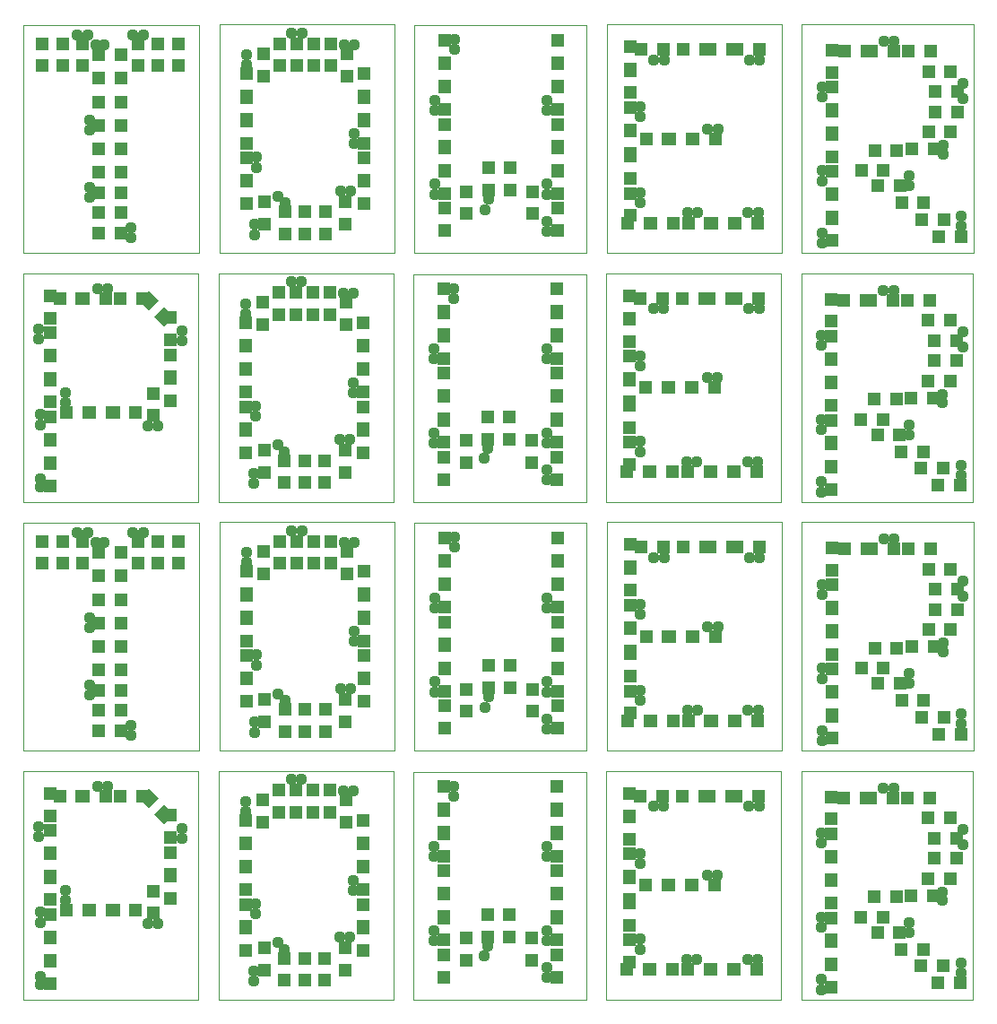
<source format=gts>
G75*
G70*
%OFA0B0*%
%FSLAX25Y25*%
%IPPOS*%
%LPD*%
%AMOC8*
5,1,8,0,0,1.08239X$1,22.5*
%
%ADD12C,0.04370*%
%ADD16C,0.00000*%
%ADD18R,0.05120X0.05120*%
X0010000Y0010000D02*
G75*
%LPD*%
D16*
X0010000Y0010000D02*
X0010000Y0095000D01*
X0075000Y0095000D01*
X0075000Y0010000D01*
X0010000Y0010000D01*
D18*
X0020000Y0015860D03*
X0020000Y0024130D03*
X0020000Y0024610D03*
X0020000Y0032880D03*
X0020000Y0033360D03*
X0020000Y0041630D03*
X0020000Y0047110D03*
X0025860Y0043120D03*
X0034130Y0043120D03*
X0034610Y0043120D03*
X0042880Y0043120D03*
X0043360Y0043120D03*
X0051630Y0043120D03*
X0058120Y0042110D03*
X0064370Y0047740D03*
X0058120Y0050380D03*
X0064370Y0056010D03*
X0064370Y0056490D03*
X0064370Y0064760D03*
X0064370Y0070240D03*
X0064370Y0078510D03*
X0054130Y0085620D03*
X0045860Y0085620D03*
X0040380Y0085620D03*
X0032110Y0085620D03*
X0031630Y0085620D03*
X0023360Y0085620D03*
X0020000Y0086630D03*
X0020000Y0078360D03*
X0020000Y0072880D03*
X0020000Y0064610D03*
X0020000Y0064130D03*
X0020000Y0055860D03*
X0020000Y0055380D03*
D18*
G36*
X0052830Y0084790D02*
X0056450Y0088410D01*
X0060070Y0084790D01*
X0056450Y0081170D01*
X0052830Y0084790D01*
G37*
G36*
X0058670Y0078950D02*
X0062290Y0082570D01*
X0065910Y0078950D01*
X0062290Y0075330D01*
X0058670Y0078950D01*
G37*
D12*
X0068750Y0073750D03*
X0068750Y0070000D03*
X0041250Y0089370D03*
X0037500Y0089370D03*
X0015620Y0074370D03*
X0015620Y0070620D03*
X0025620Y0050620D03*
X0025620Y0046870D03*
X0016250Y0042500D03*
X0016250Y0038750D03*
X0016250Y0018750D03*
X0016250Y0015620D03*
X0056250Y0038120D03*
X0060000Y0038120D03*
X0082500Y0010000D02*
G75*
%LPD*%
D16*
X0082500Y0010000D02*
X0082500Y0095000D01*
X0147500Y0095000D01*
X0147500Y0010000D01*
X0082500Y0010000D01*
D18*
X0099370Y0020860D03*
X0099370Y0029130D03*
X0092500Y0028360D03*
X0092500Y0036630D03*
X0092500Y0037110D03*
X0092500Y0045380D03*
X0092500Y0050860D03*
X0092500Y0059130D03*
X0092500Y0059610D03*
X0092500Y0067880D03*
X0092500Y0068360D03*
X0092500Y0076630D03*
X0098750Y0075860D03*
X0105000Y0079610D03*
X0098750Y0084130D03*
X0105000Y0087880D03*
X0111250Y0087880D03*
X0117500Y0087880D03*
X0123750Y0087880D03*
X0130000Y0084130D03*
X0123750Y0079610D03*
X0117500Y0079610D03*
X0111250Y0079610D03*
X0130000Y0075860D03*
X0136250Y0076630D03*
X0136250Y0068360D03*
X0136250Y0067880D03*
X0136250Y0059610D03*
X0136250Y0059130D03*
X0136250Y0050860D03*
X0136250Y0045380D03*
X0136250Y0037110D03*
X0136250Y0036630D03*
X0136250Y0028360D03*
X0129370Y0029130D03*
X0129370Y0020860D03*
X0121870Y0017110D03*
X0114370Y0017110D03*
X0106870Y0017110D03*
X0106870Y0025380D03*
X0114370Y0025380D03*
X0121870Y0025380D03*
D12*
X0127500Y0033120D03*
X0131250Y0033120D03*
X0132500Y0050620D03*
X0132500Y0054370D03*
X0106870Y0028750D03*
X0104370Y0031250D03*
X0096250Y0041870D03*
X0096250Y0045620D03*
X0095620Y0020620D03*
X0095620Y0016870D03*
X0092500Y0080000D03*
X0092500Y0083750D03*
X0109370Y0091870D03*
X0113120Y0091870D03*
X0128750Y0087500D03*
X0132500Y0087500D03*
X0155000Y0010000D02*
G75*
%LPD*%
D16*
X0155000Y0010000D02*
X0155000Y0094750D01*
X0219010Y0094750D01*
X0219010Y0010000D01*
X0155000Y0010000D01*
D18*
X0166250Y0018360D03*
X0166250Y0026630D03*
X0166250Y0032110D03*
X0174370Y0032880D03*
X0182500Y0033360D03*
X0182500Y0041630D03*
X0190620Y0041630D03*
X0190620Y0033360D03*
X0198750Y0032880D03*
X0198750Y0024610D03*
X0208120Y0026630D03*
X0208120Y0032110D03*
X0208120Y0040380D03*
X0208120Y0040860D03*
X0208120Y0049130D03*
X0208120Y0049610D03*
X0208120Y0057880D03*
X0208120Y0063360D03*
X0208120Y0071630D03*
X0208120Y0072110D03*
X0208120Y0080380D03*
X0208120Y0080860D03*
X0208120Y0089130D03*
X0166250Y0089130D03*
X0166250Y0080860D03*
X0166250Y0080380D03*
X0166250Y0072110D03*
X0166250Y0071630D03*
X0166250Y0063360D03*
X0166250Y0057880D03*
X0166250Y0049610D03*
X0166250Y0049130D03*
X0166250Y0040860D03*
X0166250Y0040380D03*
X0174370Y0024610D03*
X0208120Y0018360D03*
D12*
X0204370Y0018120D03*
X0204370Y0021870D03*
X0204370Y0031870D03*
X0204370Y0035620D03*
X0182500Y0030000D03*
X0181250Y0026250D03*
X0162500Y0031870D03*
X0162500Y0035620D03*
X0162500Y0063120D03*
X0162500Y0066870D03*
X0170000Y0085620D03*
X0170000Y0089370D03*
X0204370Y0066870D03*
X0204370Y0063120D03*
X0226510Y0010000D02*
G75*
%LPD*%
D16*
X0226510Y0010000D02*
X0226510Y0095000D01*
X0291510Y0095000D01*
X0291510Y0010000D01*
X0226510Y0010000D01*
D18*
X0234250Y0021250D03*
X0235260Y0023990D03*
X0242520Y0021250D03*
X0243000Y0021250D03*
X0251270Y0021250D03*
X0256750Y0021250D03*
X0265020Y0021250D03*
X0265500Y0021250D03*
X0273770Y0021250D03*
X0274250Y0021250D03*
X0282520Y0021250D03*
X0266890Y0052500D03*
X0258620Y0052500D03*
X0258140Y0052500D03*
X0249870Y0052500D03*
X0249390Y0052500D03*
X0241120Y0052500D03*
X0235260Y0055380D03*
X0235260Y0055860D03*
X0235260Y0064130D03*
X0235260Y0069610D03*
X0235260Y0077880D03*
X0235260Y0078360D03*
X0239250Y0085620D03*
X0235260Y0086630D03*
X0247520Y0085620D03*
X0254870Y0085620D03*
X0263140Y0085620D03*
X0264870Y0085620D03*
X0273140Y0085620D03*
X0274870Y0085620D03*
X0283140Y0085620D03*
X0235260Y0047110D03*
X0235260Y0046010D03*
X0235260Y0037740D03*
X0235260Y0032260D03*
D12*
X0239010Y0032500D03*
X0239010Y0028750D03*
X0256510Y0025000D03*
X0260260Y0025000D03*
X0279010Y0025000D03*
X0282760Y0025000D03*
X0267760Y0056250D03*
X0264010Y0056250D03*
X0239010Y0060620D03*
X0239010Y0064370D03*
X0244010Y0081870D03*
X0247760Y0081870D03*
X0279630Y0081870D03*
X0283380Y0081870D03*
X0299010Y0010000D02*
G75*
%LPD*%
D16*
X0299010Y0010000D02*
X0299010Y0095000D01*
X0362760Y0095000D01*
X0362760Y0010000D01*
X0299010Y0010000D01*
D18*
X0310260Y0014610D03*
X0310260Y0022880D03*
X0310260Y0023360D03*
X0310260Y0031630D03*
X0310260Y0032110D03*
X0310260Y0040380D03*
X0310260Y0045860D03*
X0310260Y0054130D03*
X0310260Y0054610D03*
X0310260Y0062880D03*
X0310260Y0063360D03*
X0310260Y0071630D03*
X0310260Y0077110D03*
X0310260Y0085380D03*
X0314870Y0085000D03*
X0323140Y0085000D03*
X0324870Y0085000D03*
X0333140Y0085000D03*
X0338620Y0085000D03*
X0346890Y0085000D03*
X0346120Y0077500D03*
X0348620Y0070000D03*
X0354390Y0077500D03*
X0356890Y0070000D03*
X0356890Y0062500D03*
X0354390Y0055000D03*
X0348140Y0048750D03*
X0346120Y0055000D03*
X0348620Y0062500D03*
X0339870Y0048750D03*
X0334390Y0048120D03*
X0329390Y0040620D03*
X0327370Y0035000D03*
X0321120Y0040620D03*
X0326120Y0048120D03*
X0335640Y0035000D03*
X0336120Y0028750D03*
X0344390Y0028750D03*
X0343620Y0022500D03*
X0349870Y0016250D03*
X0351890Y0022500D03*
X0358140Y0016250D03*
D12*
X0358380Y0020000D03*
X0358380Y0023750D03*
X0339010Y0035000D03*
X0339010Y0038750D03*
X0351510Y0046870D03*
X0351510Y0050000D03*
X0359010Y0067500D03*
X0359010Y0073120D03*
X0333380Y0088750D03*
X0329630Y0088750D03*
X0306510Y0071870D03*
X0306510Y0068120D03*
X0306510Y0040620D03*
X0306510Y0036870D03*
X0306510Y0017500D03*
X0306510Y0013750D03*
X0010000Y0102500D02*
G75*
%LPD*%
D16*
X0010000Y0102500D02*
X0010000Y0187250D01*
X0075260Y0187250D01*
X0075260Y0102500D01*
X0010000Y0102500D01*
D18*
X0037740Y0110000D03*
X0037740Y0117500D03*
X0037740Y0125000D03*
X0037740Y0132500D03*
X0046010Y0132500D03*
X0046010Y0125000D03*
X0046010Y0117500D03*
X0046010Y0110000D03*
X0046010Y0141250D03*
X0037740Y0141250D03*
X0037740Y0150000D03*
X0046010Y0150000D03*
X0046010Y0158750D03*
X0037740Y0158750D03*
X0037740Y0167500D03*
X0031870Y0172110D03*
X0037740Y0176250D03*
X0031870Y0180380D03*
X0024370Y0180380D03*
X0016870Y0180380D03*
X0016870Y0172110D03*
X0024370Y0172110D03*
X0046010Y0176250D03*
X0052500Y0180380D03*
X0060000Y0180380D03*
X0067500Y0180380D03*
X0067500Y0172110D03*
X0060000Y0172110D03*
X0052500Y0172110D03*
X0046010Y0167500D03*
D12*
X0040000Y0180000D03*
X0036870Y0180000D03*
X0033750Y0183750D03*
X0030000Y0183750D03*
X0050620Y0183750D03*
X0054370Y0183750D03*
X0034370Y0151870D03*
X0034370Y0148120D03*
X0034370Y0126870D03*
X0034370Y0123120D03*
X0050000Y0111870D03*
X0050000Y0108120D03*
X0082760Y0102500D02*
G75*
%LPD*%
D16*
X0082760Y0102500D02*
X0082760Y0187500D01*
X0147760Y0187500D01*
X0147760Y0102500D01*
X0082760Y0102500D01*
D18*
X0099630Y0113360D03*
X0099630Y0121630D03*
X0092760Y0120860D03*
X0092760Y0129130D03*
X0092760Y0129610D03*
X0092760Y0137880D03*
X0092760Y0143360D03*
X0092760Y0151630D03*
X0092760Y0152110D03*
X0092760Y0160380D03*
X0092760Y0160860D03*
X0092760Y0169130D03*
X0099010Y0168360D03*
X0105260Y0172110D03*
X0099010Y0176630D03*
X0105260Y0180380D03*
X0111510Y0180380D03*
X0117760Y0180380D03*
X0124010Y0180380D03*
X0130260Y0176630D03*
X0124010Y0172110D03*
X0117760Y0172110D03*
X0111510Y0172110D03*
X0130260Y0168360D03*
X0136510Y0169130D03*
X0136510Y0160860D03*
X0136510Y0160380D03*
X0136510Y0152110D03*
X0136510Y0151630D03*
X0136510Y0143360D03*
X0136510Y0137880D03*
X0136510Y0129610D03*
X0136510Y0129130D03*
X0136510Y0120860D03*
X0129630Y0121630D03*
X0129630Y0113360D03*
X0122130Y0109610D03*
X0114630Y0109610D03*
X0107130Y0109610D03*
X0107130Y0117880D03*
X0114630Y0117880D03*
X0122130Y0117880D03*
D12*
X0127760Y0125620D03*
X0131510Y0125620D03*
X0132760Y0143120D03*
X0132760Y0146870D03*
X0107130Y0121250D03*
X0104630Y0123750D03*
X0096510Y0134370D03*
X0096510Y0138120D03*
X0095880Y0113120D03*
X0095880Y0109370D03*
X0092760Y0172500D03*
X0092760Y0176250D03*
X0109630Y0184370D03*
X0113380Y0184370D03*
X0129010Y0180000D03*
X0132760Y0180000D03*
X0155260Y0102500D02*
G75*
%LPD*%
D16*
X0155260Y0102500D02*
X0155260Y0187250D01*
X0219270Y0187250D01*
X0219270Y0102500D01*
X0155260Y0102500D01*
D18*
X0166510Y0110860D03*
X0166510Y0119130D03*
X0166510Y0124610D03*
X0174630Y0125380D03*
X0182760Y0125860D03*
X0182760Y0134130D03*
X0190880Y0134130D03*
X0190880Y0125860D03*
X0199010Y0125380D03*
X0199010Y0117110D03*
X0208380Y0119130D03*
X0208380Y0124610D03*
X0208380Y0132880D03*
X0208380Y0133360D03*
X0208380Y0141630D03*
X0208380Y0142110D03*
X0208380Y0150380D03*
X0208380Y0155860D03*
X0208380Y0164130D03*
X0208380Y0164610D03*
X0208380Y0172880D03*
X0208380Y0173360D03*
X0208380Y0181630D03*
X0166510Y0181630D03*
X0166510Y0173360D03*
X0166510Y0172880D03*
X0166510Y0164610D03*
X0166510Y0164130D03*
X0166510Y0155860D03*
X0166510Y0150380D03*
X0166510Y0142110D03*
X0166510Y0141630D03*
X0166510Y0133360D03*
X0166510Y0132880D03*
X0174630Y0117110D03*
X0208380Y0110860D03*
D12*
X0204630Y0110620D03*
X0204630Y0114370D03*
X0204630Y0124370D03*
X0204630Y0128120D03*
X0182760Y0122500D03*
X0181510Y0118750D03*
X0162760Y0124370D03*
X0162760Y0128120D03*
X0162760Y0155620D03*
X0162760Y0159370D03*
X0170260Y0178120D03*
X0170260Y0181870D03*
X0204630Y0159370D03*
X0204630Y0155620D03*
X0226770Y0102500D02*
G75*
%LPD*%
D16*
X0226770Y0102500D02*
X0226770Y0187500D01*
X0291770Y0187500D01*
X0291770Y0102500D01*
X0226770Y0102500D01*
D18*
X0234510Y0113750D03*
X0235520Y0116490D03*
X0242780Y0113750D03*
X0243260Y0113750D03*
X0251530Y0113750D03*
X0257010Y0113750D03*
X0265280Y0113750D03*
X0265760Y0113750D03*
X0274030Y0113750D03*
X0274510Y0113750D03*
X0282780Y0113750D03*
X0267150Y0145000D03*
X0258880Y0145000D03*
X0258400Y0145000D03*
X0250130Y0145000D03*
X0249650Y0145000D03*
X0241380Y0145000D03*
X0235520Y0147880D03*
X0235520Y0148360D03*
X0235520Y0156630D03*
X0235520Y0162110D03*
X0235520Y0170380D03*
X0235520Y0170860D03*
X0239510Y0178120D03*
X0235520Y0179130D03*
X0247780Y0178120D03*
X0255130Y0178120D03*
X0263400Y0178120D03*
X0265130Y0178120D03*
X0273400Y0178120D03*
X0275130Y0178120D03*
X0283400Y0178120D03*
X0235520Y0139610D03*
X0235520Y0138510D03*
X0235520Y0130240D03*
X0235520Y0124760D03*
D12*
X0239270Y0125000D03*
X0239270Y0121250D03*
X0256770Y0117500D03*
X0260520Y0117500D03*
X0279270Y0117500D03*
X0283020Y0117500D03*
X0268020Y0148750D03*
X0264270Y0148750D03*
X0239270Y0153120D03*
X0239270Y0156870D03*
X0244270Y0174370D03*
X0248020Y0174370D03*
X0279890Y0174370D03*
X0283640Y0174370D03*
X0299270Y0102500D02*
G75*
%LPD*%
D16*
X0299270Y0102500D02*
X0299270Y0187500D01*
X0363020Y0187500D01*
X0363020Y0102500D01*
X0299270Y0102500D01*
D18*
X0310520Y0107110D03*
X0310520Y0115380D03*
X0310520Y0115860D03*
X0310520Y0124130D03*
X0310520Y0124610D03*
X0310520Y0132880D03*
X0310520Y0138360D03*
X0310520Y0146630D03*
X0310520Y0147110D03*
X0310520Y0155380D03*
X0310520Y0155860D03*
X0310520Y0164130D03*
X0310520Y0169610D03*
X0310520Y0177880D03*
X0315130Y0177500D03*
X0323400Y0177500D03*
X0325130Y0177500D03*
X0333400Y0177500D03*
X0338880Y0177500D03*
X0347150Y0177500D03*
X0346380Y0170000D03*
X0348880Y0162500D03*
X0354650Y0170000D03*
X0357150Y0162500D03*
X0357150Y0155000D03*
X0354650Y0147500D03*
X0348400Y0141250D03*
X0346380Y0147500D03*
X0348880Y0155000D03*
X0340130Y0141250D03*
X0334650Y0140620D03*
X0329650Y0133120D03*
X0327630Y0127500D03*
X0321380Y0133120D03*
X0326380Y0140620D03*
X0335900Y0127500D03*
X0336380Y0121250D03*
X0344650Y0121250D03*
X0343880Y0115000D03*
X0350130Y0108750D03*
X0352150Y0115000D03*
X0358400Y0108750D03*
D12*
X0358640Y0112500D03*
X0358640Y0116250D03*
X0339270Y0127500D03*
X0339270Y0131250D03*
X0351770Y0139370D03*
X0351770Y0142500D03*
X0359270Y0160000D03*
X0359270Y0165620D03*
X0333640Y0181250D03*
X0329890Y0181250D03*
X0306770Y0164370D03*
X0306770Y0160620D03*
X0306770Y0133120D03*
X0306770Y0129370D03*
X0306770Y0110000D03*
X0306770Y0106250D03*
X0010000Y0195000D02*
G75*
%LPD*%
D16*
X0010000Y0195000D02*
X0010000Y0280000D01*
X0075000Y0280000D01*
X0075000Y0195000D01*
X0010000Y0195000D01*
D18*
X0020000Y0200860D03*
X0020000Y0209130D03*
X0020000Y0209610D03*
X0020000Y0217880D03*
X0020000Y0218360D03*
X0020000Y0226630D03*
X0020000Y0232110D03*
X0025860Y0228120D03*
X0034130Y0228120D03*
X0034610Y0228120D03*
X0042880Y0228120D03*
X0043360Y0228120D03*
X0051630Y0228120D03*
X0058120Y0227110D03*
X0064370Y0232740D03*
X0058120Y0235380D03*
X0064370Y0241010D03*
X0064370Y0241490D03*
X0064370Y0249760D03*
X0064370Y0255240D03*
X0064370Y0263510D03*
X0054130Y0270620D03*
X0045860Y0270620D03*
X0040380Y0270620D03*
X0032110Y0270620D03*
X0031630Y0270620D03*
X0023360Y0270620D03*
X0020000Y0271630D03*
X0020000Y0263360D03*
X0020000Y0257880D03*
X0020000Y0249610D03*
X0020000Y0249130D03*
X0020000Y0240860D03*
X0020000Y0240380D03*
D18*
G36*
X0052830Y0269790D02*
X0056450Y0273410D01*
X0060070Y0269790D01*
X0056450Y0266170D01*
X0052830Y0269790D01*
G37*
G36*
X0058670Y0263950D02*
X0062290Y0267570D01*
X0065910Y0263950D01*
X0062290Y0260330D01*
X0058670Y0263950D01*
G37*
D12*
X0068750Y0258750D03*
X0068750Y0255000D03*
X0041250Y0274370D03*
X0037500Y0274370D03*
X0015620Y0259370D03*
X0015620Y0255620D03*
X0025620Y0235620D03*
X0025620Y0231870D03*
X0016250Y0227500D03*
X0016250Y0223750D03*
X0016250Y0203750D03*
X0016250Y0200620D03*
X0056250Y0223120D03*
X0060000Y0223120D03*
X0082500Y0195000D02*
G75*
%LPD*%
D16*
X0082500Y0195000D02*
X0082500Y0280000D01*
X0147500Y0280000D01*
X0147500Y0195000D01*
X0082500Y0195000D01*
D18*
X0099370Y0205860D03*
X0099370Y0214130D03*
X0092500Y0213360D03*
X0092500Y0221630D03*
X0092500Y0222110D03*
X0092500Y0230380D03*
X0092500Y0235860D03*
X0092500Y0244130D03*
X0092500Y0244610D03*
X0092500Y0252880D03*
X0092500Y0253360D03*
X0092500Y0261630D03*
X0098750Y0260860D03*
X0105000Y0264610D03*
X0098750Y0269130D03*
X0105000Y0272880D03*
X0111250Y0272880D03*
X0117500Y0272880D03*
X0123750Y0272880D03*
X0130000Y0269130D03*
X0123750Y0264610D03*
X0117500Y0264610D03*
X0111250Y0264610D03*
X0130000Y0260860D03*
X0136250Y0261630D03*
X0136250Y0253360D03*
X0136250Y0252880D03*
X0136250Y0244610D03*
X0136250Y0244130D03*
X0136250Y0235860D03*
X0136250Y0230380D03*
X0136250Y0222110D03*
X0136250Y0221630D03*
X0136250Y0213360D03*
X0129370Y0214130D03*
X0129370Y0205860D03*
X0121870Y0202110D03*
X0114370Y0202110D03*
X0106870Y0202110D03*
X0106870Y0210380D03*
X0114370Y0210380D03*
X0121870Y0210380D03*
D12*
X0127500Y0218120D03*
X0131250Y0218120D03*
X0132500Y0235620D03*
X0132500Y0239370D03*
X0106870Y0213750D03*
X0104370Y0216250D03*
X0096250Y0226870D03*
X0096250Y0230620D03*
X0095620Y0205620D03*
X0095620Y0201870D03*
X0092500Y0265000D03*
X0092500Y0268750D03*
X0109370Y0276870D03*
X0113120Y0276870D03*
X0128750Y0272500D03*
X0132500Y0272500D03*
X0155000Y0195000D02*
G75*
%LPD*%
D16*
X0155000Y0195000D02*
X0155000Y0279750D01*
X0219010Y0279750D01*
X0219010Y0195000D01*
X0155000Y0195000D01*
D18*
X0166250Y0203360D03*
X0166250Y0211630D03*
X0166250Y0217110D03*
X0174370Y0217880D03*
X0182500Y0218360D03*
X0182500Y0226630D03*
X0190620Y0226630D03*
X0190620Y0218360D03*
X0198750Y0217880D03*
X0198750Y0209610D03*
X0208120Y0211630D03*
X0208120Y0217110D03*
X0208120Y0225380D03*
X0208120Y0225860D03*
X0208120Y0234130D03*
X0208120Y0234610D03*
X0208120Y0242880D03*
X0208120Y0248360D03*
X0208120Y0256630D03*
X0208120Y0257110D03*
X0208120Y0265380D03*
X0208120Y0265860D03*
X0208120Y0274130D03*
X0166250Y0274130D03*
X0166250Y0265860D03*
X0166250Y0265380D03*
X0166250Y0257110D03*
X0166250Y0256630D03*
X0166250Y0248360D03*
X0166250Y0242880D03*
X0166250Y0234610D03*
X0166250Y0234130D03*
X0166250Y0225860D03*
X0166250Y0225380D03*
X0174370Y0209610D03*
X0208120Y0203360D03*
D12*
X0204370Y0203120D03*
X0204370Y0206870D03*
X0204370Y0216870D03*
X0204370Y0220620D03*
X0182500Y0215000D03*
X0181250Y0211250D03*
X0162500Y0216870D03*
X0162500Y0220620D03*
X0162500Y0248120D03*
X0162500Y0251870D03*
X0170000Y0270620D03*
X0170000Y0274370D03*
X0204370Y0251870D03*
X0204370Y0248120D03*
X0226510Y0195000D02*
G75*
%LPD*%
D16*
X0226510Y0195000D02*
X0226510Y0280000D01*
X0291510Y0280000D01*
X0291510Y0195000D01*
X0226510Y0195000D01*
D18*
X0234250Y0206250D03*
X0235260Y0208990D03*
X0242520Y0206250D03*
X0243000Y0206250D03*
X0251270Y0206250D03*
X0256750Y0206250D03*
X0265020Y0206250D03*
X0265500Y0206250D03*
X0273770Y0206250D03*
X0274250Y0206250D03*
X0282520Y0206250D03*
X0266890Y0237500D03*
X0258620Y0237500D03*
X0258140Y0237500D03*
X0249870Y0237500D03*
X0249390Y0237500D03*
X0241120Y0237500D03*
X0235260Y0240380D03*
X0235260Y0240860D03*
X0235260Y0249130D03*
X0235260Y0254610D03*
X0235260Y0262880D03*
X0235260Y0263360D03*
X0239250Y0270620D03*
X0235260Y0271630D03*
X0247520Y0270620D03*
X0254870Y0270620D03*
X0263140Y0270620D03*
X0264870Y0270620D03*
X0273140Y0270620D03*
X0274870Y0270620D03*
X0283140Y0270620D03*
X0235260Y0232110D03*
X0235260Y0231010D03*
X0235260Y0222740D03*
X0235260Y0217260D03*
D12*
X0239010Y0217500D03*
X0239010Y0213750D03*
X0256510Y0210000D03*
X0260260Y0210000D03*
X0279010Y0210000D03*
X0282760Y0210000D03*
X0267760Y0241250D03*
X0264010Y0241250D03*
X0239010Y0245620D03*
X0239010Y0249370D03*
X0244010Y0266870D03*
X0247760Y0266870D03*
X0279630Y0266870D03*
X0283380Y0266870D03*
X0299010Y0195000D02*
G75*
%LPD*%
D16*
X0299010Y0195000D02*
X0299010Y0280000D01*
X0362760Y0280000D01*
X0362760Y0195000D01*
X0299010Y0195000D01*
D18*
X0310260Y0199610D03*
X0310260Y0207880D03*
X0310260Y0208360D03*
X0310260Y0216630D03*
X0310260Y0217110D03*
X0310260Y0225380D03*
X0310260Y0230860D03*
X0310260Y0239130D03*
X0310260Y0239610D03*
X0310260Y0247880D03*
X0310260Y0248360D03*
X0310260Y0256630D03*
X0310260Y0262110D03*
X0310260Y0270380D03*
X0314870Y0270000D03*
X0323140Y0270000D03*
X0324870Y0270000D03*
X0333140Y0270000D03*
X0338620Y0270000D03*
X0346890Y0270000D03*
X0346120Y0262500D03*
X0348620Y0255000D03*
X0354390Y0262500D03*
X0356890Y0255000D03*
X0356890Y0247500D03*
X0354390Y0240000D03*
X0348140Y0233750D03*
X0346120Y0240000D03*
X0348620Y0247500D03*
X0339870Y0233750D03*
X0334390Y0233120D03*
X0329390Y0225620D03*
X0327370Y0220000D03*
X0321120Y0225620D03*
X0326120Y0233120D03*
X0335640Y0220000D03*
X0336120Y0213750D03*
X0344390Y0213750D03*
X0343620Y0207500D03*
X0349870Y0201250D03*
X0351890Y0207500D03*
X0358140Y0201250D03*
D12*
X0358380Y0205000D03*
X0358380Y0208750D03*
X0339010Y0220000D03*
X0339010Y0223750D03*
X0351510Y0231870D03*
X0351510Y0235000D03*
X0359010Y0252500D03*
X0359010Y0258120D03*
X0333380Y0273750D03*
X0329630Y0273750D03*
X0306510Y0256870D03*
X0306510Y0253120D03*
X0306510Y0225620D03*
X0306510Y0221870D03*
X0306510Y0202500D03*
X0306510Y0198750D03*
X0010000Y0287500D02*
G75*
%LPD*%
D16*
X0010000Y0287500D02*
X0010000Y0372250D01*
X0075260Y0372250D01*
X0075260Y0287500D01*
X0010000Y0287500D01*
D18*
X0037740Y0295000D03*
X0037740Y0302500D03*
X0037740Y0310000D03*
X0037740Y0317500D03*
X0046010Y0317500D03*
X0046010Y0310000D03*
X0046010Y0302500D03*
X0046010Y0295000D03*
X0046010Y0326250D03*
X0037740Y0326250D03*
X0037740Y0335000D03*
X0046010Y0335000D03*
X0046010Y0343750D03*
X0037740Y0343750D03*
X0037740Y0352500D03*
X0031870Y0357110D03*
X0037740Y0361250D03*
X0031870Y0365380D03*
X0024370Y0365380D03*
X0016870Y0365380D03*
X0016870Y0357110D03*
X0024370Y0357110D03*
X0046010Y0361250D03*
X0052500Y0365380D03*
X0060000Y0365380D03*
X0067500Y0365380D03*
X0067500Y0357110D03*
X0060000Y0357110D03*
X0052500Y0357110D03*
X0046010Y0352500D03*
D12*
X0040000Y0365000D03*
X0036870Y0365000D03*
X0033750Y0368750D03*
X0030000Y0368750D03*
X0050620Y0368750D03*
X0054370Y0368750D03*
X0034370Y0336870D03*
X0034370Y0333120D03*
X0034370Y0311870D03*
X0034370Y0308120D03*
X0050000Y0296870D03*
X0050000Y0293120D03*
X0082760Y0287500D02*
G75*
%LPD*%
D16*
X0082760Y0287500D02*
X0082760Y0372500D01*
X0147760Y0372500D01*
X0147760Y0287500D01*
X0082760Y0287500D01*
D18*
X0099630Y0298360D03*
X0099630Y0306630D03*
X0092760Y0305860D03*
X0092760Y0314130D03*
X0092760Y0314610D03*
X0092760Y0322880D03*
X0092760Y0328360D03*
X0092760Y0336630D03*
X0092760Y0337110D03*
X0092760Y0345380D03*
X0092760Y0345860D03*
X0092760Y0354130D03*
X0099010Y0353360D03*
X0105260Y0357110D03*
X0099010Y0361630D03*
X0105260Y0365380D03*
X0111510Y0365380D03*
X0117760Y0365380D03*
X0124010Y0365380D03*
X0130260Y0361630D03*
X0124010Y0357110D03*
X0117760Y0357110D03*
X0111510Y0357110D03*
X0130260Y0353360D03*
X0136510Y0354130D03*
X0136510Y0345860D03*
X0136510Y0345380D03*
X0136510Y0337110D03*
X0136510Y0336630D03*
X0136510Y0328360D03*
X0136510Y0322880D03*
X0136510Y0314610D03*
X0136510Y0314130D03*
X0136510Y0305860D03*
X0129630Y0306630D03*
X0129630Y0298360D03*
X0122130Y0294610D03*
X0114630Y0294610D03*
X0107130Y0294610D03*
X0107130Y0302880D03*
X0114630Y0302880D03*
X0122130Y0302880D03*
D12*
X0127760Y0310620D03*
X0131510Y0310620D03*
X0132760Y0328120D03*
X0132760Y0331870D03*
X0107130Y0306250D03*
X0104630Y0308750D03*
X0096510Y0319370D03*
X0096510Y0323120D03*
X0095880Y0298120D03*
X0095880Y0294370D03*
X0092760Y0357500D03*
X0092760Y0361250D03*
X0109630Y0369370D03*
X0113380Y0369370D03*
X0129010Y0365000D03*
X0132760Y0365000D03*
X0155260Y0287500D02*
G75*
%LPD*%
D16*
X0155260Y0287500D02*
X0155260Y0372250D01*
X0219270Y0372250D01*
X0219270Y0287500D01*
X0155260Y0287500D01*
D18*
X0166510Y0295860D03*
X0166510Y0304130D03*
X0166510Y0309610D03*
X0174630Y0310380D03*
X0182760Y0310860D03*
X0182760Y0319130D03*
X0190880Y0319130D03*
X0190880Y0310860D03*
X0199010Y0310380D03*
X0199010Y0302110D03*
X0208380Y0304130D03*
X0208380Y0309610D03*
X0208380Y0317880D03*
X0208380Y0318360D03*
X0208380Y0326630D03*
X0208380Y0327110D03*
X0208380Y0335380D03*
X0208380Y0340860D03*
X0208380Y0349130D03*
X0208380Y0349610D03*
X0208380Y0357880D03*
X0208380Y0358360D03*
X0208380Y0366630D03*
X0166510Y0366630D03*
X0166510Y0358360D03*
X0166510Y0357880D03*
X0166510Y0349610D03*
X0166510Y0349130D03*
X0166510Y0340860D03*
X0166510Y0335380D03*
X0166510Y0327110D03*
X0166510Y0326630D03*
X0166510Y0318360D03*
X0166510Y0317880D03*
X0174630Y0302110D03*
X0208380Y0295860D03*
D12*
X0204630Y0295620D03*
X0204630Y0299370D03*
X0204630Y0309370D03*
X0204630Y0313120D03*
X0182760Y0307500D03*
X0181510Y0303750D03*
X0162760Y0309370D03*
X0162760Y0313120D03*
X0162760Y0340620D03*
X0162760Y0344370D03*
X0170260Y0363120D03*
X0170260Y0366870D03*
X0204630Y0344370D03*
X0204630Y0340620D03*
X0226770Y0287500D02*
G75*
%LPD*%
D16*
X0226770Y0287500D02*
X0226770Y0372500D01*
X0291770Y0372500D01*
X0291770Y0287500D01*
X0226770Y0287500D01*
D18*
X0234510Y0298750D03*
X0235520Y0301490D03*
X0242780Y0298750D03*
X0243260Y0298750D03*
X0251530Y0298750D03*
X0257010Y0298750D03*
X0265280Y0298750D03*
X0265760Y0298750D03*
X0274030Y0298750D03*
X0274510Y0298750D03*
X0282780Y0298750D03*
X0267150Y0330000D03*
X0258880Y0330000D03*
X0258400Y0330000D03*
X0250130Y0330000D03*
X0249650Y0330000D03*
X0241380Y0330000D03*
X0235520Y0332880D03*
X0235520Y0333360D03*
X0235520Y0341630D03*
X0235520Y0347110D03*
X0235520Y0355380D03*
X0235520Y0355860D03*
X0239510Y0363120D03*
X0235520Y0364130D03*
X0247780Y0363120D03*
X0255130Y0363120D03*
X0263400Y0363120D03*
X0265130Y0363120D03*
X0273400Y0363120D03*
X0275130Y0363120D03*
X0283400Y0363120D03*
X0235520Y0324610D03*
X0235520Y0323510D03*
X0235520Y0315240D03*
X0235520Y0309760D03*
D12*
X0239270Y0310000D03*
X0239270Y0306250D03*
X0256770Y0302500D03*
X0260520Y0302500D03*
X0279270Y0302500D03*
X0283020Y0302500D03*
X0268020Y0333750D03*
X0264270Y0333750D03*
X0239270Y0338120D03*
X0239270Y0341870D03*
X0244270Y0359370D03*
X0248020Y0359370D03*
X0279890Y0359370D03*
X0283640Y0359370D03*
X0299270Y0287500D02*
G75*
%LPD*%
D16*
X0299270Y0287500D02*
X0299270Y0372500D01*
X0363020Y0372500D01*
X0363020Y0287500D01*
X0299270Y0287500D01*
D18*
X0310520Y0292110D03*
X0310520Y0300380D03*
X0310520Y0300860D03*
X0310520Y0309130D03*
X0310520Y0309610D03*
X0310520Y0317880D03*
X0310520Y0323360D03*
X0310520Y0331630D03*
X0310520Y0332110D03*
X0310520Y0340380D03*
X0310520Y0340860D03*
X0310520Y0349130D03*
X0310520Y0354610D03*
X0310520Y0362880D03*
X0315130Y0362500D03*
X0323400Y0362500D03*
X0325130Y0362500D03*
X0333400Y0362500D03*
X0338880Y0362500D03*
X0347150Y0362500D03*
X0346380Y0355000D03*
X0348880Y0347500D03*
X0354650Y0355000D03*
X0357150Y0347500D03*
X0357150Y0340000D03*
X0354650Y0332500D03*
X0348400Y0326250D03*
X0346380Y0332500D03*
X0348880Y0340000D03*
X0340130Y0326250D03*
X0334650Y0325620D03*
X0329650Y0318120D03*
X0327630Y0312500D03*
X0321380Y0318120D03*
X0326380Y0325620D03*
X0335900Y0312500D03*
X0336380Y0306250D03*
X0344650Y0306250D03*
X0343880Y0300000D03*
X0350130Y0293750D03*
X0352150Y0300000D03*
X0358400Y0293750D03*
D12*
X0358640Y0297500D03*
X0358640Y0301250D03*
X0339270Y0312500D03*
X0339270Y0316250D03*
X0351770Y0324370D03*
X0351770Y0327500D03*
X0359270Y0345000D03*
X0359270Y0350620D03*
X0333640Y0366250D03*
X0329890Y0366250D03*
X0306770Y0349370D03*
X0306770Y0345620D03*
X0306770Y0318120D03*
X0306770Y0314370D03*
X0306770Y0295000D03*
X0306770Y0291250D03*
M02*

</source>
